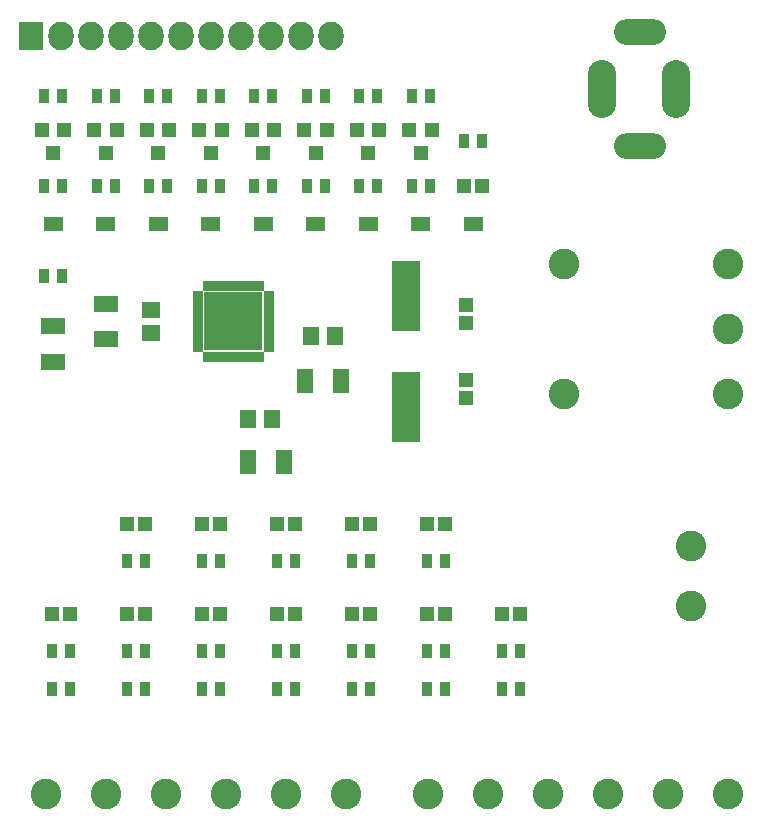
<source format=gts>
G04 #@! TF.FileFunction,Soldermask,Top*
%FSLAX46Y46*%
G04 Gerber Fmt 4.6, Leading zero omitted, Abs format (unit mm)*
G04 Created by KiCad (PCBNEW 4.0.2-stable) date Sunday, 28 August 2016 12:14:49*
%MOMM*%
G01*
G04 APERTURE LIST*
%ADD10C,0.100000*%
%ADD11R,0.781000X0.654000*%
%ADD12O,4.400000X2.200000*%
%ADD13O,2.400000X4.900000*%
%ADD14R,1.197560X1.197560*%
%ADD15R,1.200000X1.150000*%
%ADD16R,0.900000X1.300000*%
%ADD17R,2.000000X1.400000*%
%ADD18R,1.400000X2.000000*%
%ADD19R,1.400000X1.650000*%
%ADD20R,1.150000X1.200000*%
%ADD21R,2.127200X2.432000*%
%ADD22O,2.127200X2.432000*%
%ADD23R,0.900000X0.700000*%
%ADD24R,0.700000X0.900000*%
%ADD25R,5.000000X5.000000*%
%ADD26R,2.398980X5.899100*%
%ADD27C,2.600000*%
%ADD28C,2.400000*%
%ADD29R,1.200100X1.200100*%
%ADD30R,1.650000X1.400000*%
G04 APERTURE END LIST*
D10*
D11*
X119849900Y-82169000D03*
X118452900Y-82169000D03*
D12*
X151305000Y-67030000D03*
D13*
X148055000Y-62230000D03*
X154305000Y-62230000D03*
D12*
X151305000Y-57430000D03*
D14*
X137909300Y-70485000D03*
X136410700Y-70485000D03*
D15*
X122035000Y-106680000D03*
X120535000Y-106680000D03*
D16*
X120535000Y-109855000D03*
X122035000Y-109855000D03*
X122035000Y-113030000D03*
X120535000Y-113030000D03*
D17*
X101600000Y-82320000D03*
X101600000Y-85320000D03*
D16*
X136410000Y-66675000D03*
X137910000Y-66675000D03*
D18*
X122960000Y-86995000D03*
X125960000Y-86995000D03*
D19*
X123460000Y-83185000D03*
X125460000Y-83185000D03*
D18*
X118134000Y-93853000D03*
X121134000Y-93853000D03*
D19*
X118126000Y-90170000D03*
X120126000Y-90170000D03*
D20*
X136525000Y-88380000D03*
X136525000Y-86880000D03*
D16*
X136779000Y-73660000D03*
X137541000Y-73660000D03*
D21*
X99695000Y-57785000D03*
D22*
X102235000Y-57785000D03*
X104775000Y-57785000D03*
X107315000Y-57785000D03*
X109855000Y-57785000D03*
X112395000Y-57785000D03*
X114935000Y-57785000D03*
X117475000Y-57785000D03*
X120015000Y-57785000D03*
X122555000Y-57785000D03*
X125095000Y-57785000D03*
D16*
X133096000Y-73660000D03*
X132334000Y-73660000D03*
X128651000Y-73660000D03*
X127889000Y-73660000D03*
X124206000Y-73660000D03*
X123444000Y-73660000D03*
X119761000Y-73660000D03*
X118999000Y-73660000D03*
X115316000Y-73660000D03*
X114554000Y-73660000D03*
X110871000Y-73660000D03*
X110109000Y-73660000D03*
X106426000Y-73660000D03*
X105664000Y-73660000D03*
X101981000Y-73660000D03*
X101219000Y-73660000D03*
D23*
X113840000Y-79665000D03*
X113840000Y-80165000D03*
X113840000Y-80665000D03*
X113840000Y-81165000D03*
X113840000Y-81665000D03*
X113840000Y-82165000D03*
X113840000Y-82665000D03*
X113840000Y-83165000D03*
X113840000Y-83665000D03*
X113840000Y-84165000D03*
D24*
X114590000Y-84915000D03*
X115090000Y-84915000D03*
X115590000Y-84915000D03*
X116090000Y-84915000D03*
X116590000Y-84915000D03*
X117090000Y-84915000D03*
X117590000Y-84915000D03*
X118090000Y-84915000D03*
X118590000Y-84915000D03*
X119090000Y-84915000D03*
D23*
X119840000Y-84165000D03*
X119840000Y-83665000D03*
X119840000Y-83165000D03*
X119840000Y-82665000D03*
X119840000Y-82165000D03*
X119840000Y-81665000D03*
X119840000Y-81165000D03*
X119840000Y-80665000D03*
X119840000Y-80165000D03*
X119840000Y-79665000D03*
D24*
X119090000Y-78915000D03*
X118590000Y-78915000D03*
X118090000Y-78915000D03*
X117590000Y-78915000D03*
X117090000Y-78915000D03*
X116590000Y-78915000D03*
X116090000Y-78915000D03*
X115590000Y-78915000D03*
X115090000Y-78915000D03*
X114590000Y-78915000D03*
D25*
X116840000Y-81915000D03*
D26*
X131445000Y-79756000D03*
X131445000Y-89154000D03*
D16*
X100850000Y-78105000D03*
X102350000Y-78105000D03*
D27*
X100965000Y-121920000D03*
X106045000Y-121920000D03*
X111125000Y-121920000D03*
X116205000Y-121920000D03*
X121285000Y-121920000D03*
X126365000Y-121920000D03*
X133350000Y-121920000D03*
X138430000Y-121920000D03*
X143510000Y-121920000D03*
X148590000Y-121920000D03*
X153670000Y-121920000D03*
X158750000Y-121920000D03*
X155575000Y-106045000D03*
X155575000Y-100965000D03*
D28*
X116840000Y-81915000D03*
D29*
X102550000Y-65674240D03*
X100650000Y-65674240D03*
X101600000Y-67673220D03*
X106995000Y-65674240D03*
X105095000Y-65674240D03*
X106045000Y-67673220D03*
X111440000Y-65674240D03*
X109540000Y-65674240D03*
X110490000Y-67673220D03*
X115885000Y-65674240D03*
X113985000Y-65674240D03*
X114935000Y-67673220D03*
X120330000Y-65674240D03*
X118430000Y-65674240D03*
X119380000Y-67673220D03*
D16*
X102985000Y-113030000D03*
X101485000Y-113030000D03*
X109335000Y-113030000D03*
X107835000Y-113030000D03*
X115685000Y-113030000D03*
X114185000Y-113030000D03*
X128385000Y-113030000D03*
X126885000Y-113030000D03*
X134735000Y-113030000D03*
X133235000Y-113030000D03*
X141085000Y-113030000D03*
X139585000Y-113030000D03*
X102985000Y-109855000D03*
X101485000Y-109855000D03*
X109335000Y-109855000D03*
X107835000Y-109855000D03*
X115685000Y-109855000D03*
X114185000Y-109855000D03*
X128385000Y-109855000D03*
X126885000Y-109855000D03*
X134735000Y-109855000D03*
X133235000Y-109855000D03*
X141085000Y-109855000D03*
X139585000Y-109855000D03*
X109335000Y-102235000D03*
X107835000Y-102235000D03*
X115685000Y-102235000D03*
X114185000Y-102235000D03*
X122035000Y-102235000D03*
X120535000Y-102235000D03*
X134735000Y-102235000D03*
X133235000Y-102235000D03*
X128385000Y-102235000D03*
X126885000Y-102235000D03*
X102350000Y-62865000D03*
X100850000Y-62865000D03*
X106795000Y-62865000D03*
X105295000Y-62865000D03*
X111240000Y-62865000D03*
X109740000Y-62865000D03*
X115685000Y-62865000D03*
X114185000Y-62865000D03*
X120130000Y-62865000D03*
X118630000Y-62865000D03*
X102350000Y-70485000D03*
X100850000Y-70485000D03*
X106795000Y-70485000D03*
X105295000Y-70485000D03*
X111240000Y-70485000D03*
X109740000Y-70485000D03*
X115685000Y-70485000D03*
X114185000Y-70485000D03*
X120130000Y-70485000D03*
X118630000Y-70485000D03*
D27*
X158715000Y-88050000D03*
X158715000Y-77050000D03*
X144815000Y-77050000D03*
X144815000Y-88050000D03*
X158715000Y-82550000D03*
D29*
X124775000Y-65674240D03*
X122875000Y-65674240D03*
X123825000Y-67673220D03*
X129220000Y-65674240D03*
X127320000Y-65674240D03*
X128270000Y-67673220D03*
X133665000Y-65674240D03*
X131765000Y-65674240D03*
X132715000Y-67673220D03*
D16*
X124575000Y-62865000D03*
X123075000Y-62865000D03*
X124575000Y-70485000D03*
X123075000Y-70485000D03*
X129020000Y-62865000D03*
X127520000Y-62865000D03*
X129020000Y-70485000D03*
X127520000Y-70485000D03*
X133465000Y-62865000D03*
X131965000Y-62865000D03*
X133465000Y-70485000D03*
X131965000Y-70485000D03*
D15*
X102985000Y-106680000D03*
X101485000Y-106680000D03*
X109335000Y-106680000D03*
X107835000Y-106680000D03*
X115685000Y-106680000D03*
X114185000Y-106680000D03*
X128385000Y-106680000D03*
X126885000Y-106680000D03*
X134735000Y-106680000D03*
X133235000Y-106680000D03*
X141085000Y-106680000D03*
X139585000Y-106680000D03*
X109335000Y-99060000D03*
X107835000Y-99060000D03*
X115685000Y-99060000D03*
X114185000Y-99060000D03*
X122035000Y-99060000D03*
X120535000Y-99060000D03*
X134735000Y-99060000D03*
X133235000Y-99060000D03*
X128385000Y-99060000D03*
X126885000Y-99060000D03*
D17*
X106045000Y-80415000D03*
X106045000Y-83415000D03*
D30*
X109855000Y-80915000D03*
X109855000Y-82915000D03*
D20*
X136525000Y-80530000D03*
X136525000Y-82030000D03*
M02*

</source>
